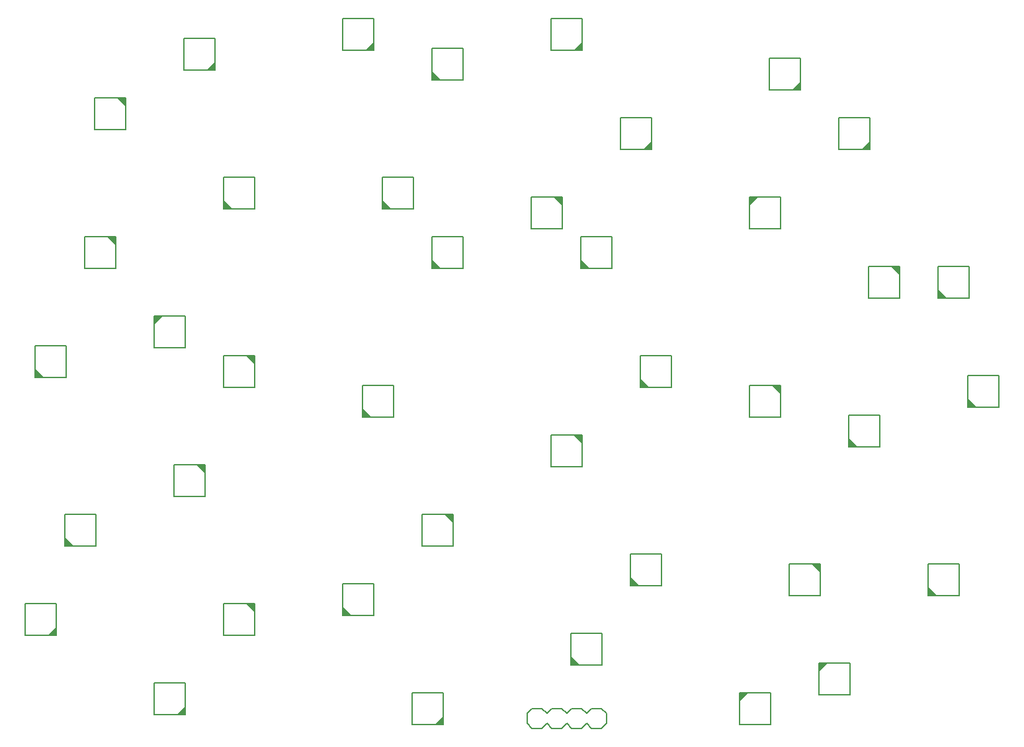
<source format=gto>
G04 EAGLE Gerber RS-274X export*
G75*
%MOMM*%
%FSLAX34Y34*%
%LPD*%
%INSilkscreen Top*%
%IPPOS*%
%AMOC8*
5,1,8,0,0,1.08239X$1,22.5*%
G01*
%ADD10C,0.203200*%

G36*
X553465Y944577D02*
X553465Y944577D01*
X553531Y944579D01*
X553574Y944597D01*
X553621Y944605D01*
X553678Y944639D01*
X553738Y944664D01*
X553773Y944695D01*
X553814Y944720D01*
X553856Y944771D01*
X553904Y944815D01*
X553926Y944857D01*
X553955Y944894D01*
X553976Y944956D01*
X554007Y945015D01*
X554015Y945069D01*
X554027Y945106D01*
X554026Y945146D01*
X554034Y945200D01*
X554034Y955200D01*
X554018Y955288D01*
X554009Y955376D01*
X553999Y955397D01*
X553995Y955421D01*
X553949Y955498D01*
X553910Y955577D01*
X553893Y955594D01*
X553880Y955614D01*
X553811Y955670D01*
X553747Y955731D01*
X553725Y955740D01*
X553706Y955755D01*
X553622Y955784D01*
X553540Y955819D01*
X553516Y955820D01*
X553494Y955827D01*
X553405Y955825D01*
X553316Y955829D01*
X553293Y955821D01*
X553269Y955821D01*
X553187Y955787D01*
X553102Y955760D01*
X553081Y955744D01*
X553062Y955736D01*
X553024Y955702D01*
X552952Y955648D01*
X542952Y945648D01*
X542901Y945575D01*
X542845Y945506D01*
X542837Y945484D01*
X542823Y945464D01*
X542801Y945378D01*
X542773Y945294D01*
X542773Y945270D01*
X542768Y945247D01*
X542777Y945158D01*
X542779Y945069D01*
X542788Y945047D01*
X542791Y945024D01*
X542830Y944944D01*
X542864Y944862D01*
X542880Y944844D01*
X542890Y944823D01*
X542955Y944762D01*
X543015Y944696D01*
X543036Y944685D01*
X543053Y944669D01*
X543135Y944634D01*
X543215Y944593D01*
X543241Y944590D01*
X543260Y944581D01*
X543310Y944579D01*
X543400Y944566D01*
X553400Y944566D01*
X553465Y944577D01*
G37*
G36*
X820165Y944577D02*
X820165Y944577D01*
X820231Y944579D01*
X820274Y944597D01*
X820321Y944605D01*
X820378Y944639D01*
X820438Y944664D01*
X820473Y944695D01*
X820514Y944720D01*
X820556Y944771D01*
X820604Y944815D01*
X820626Y944857D01*
X820655Y944894D01*
X820676Y944956D01*
X820707Y945015D01*
X820715Y945069D01*
X820727Y945106D01*
X820726Y945146D01*
X820734Y945200D01*
X820734Y955200D01*
X820718Y955288D01*
X820709Y955376D01*
X820699Y955397D01*
X820695Y955421D01*
X820649Y955498D01*
X820610Y955577D01*
X820593Y955594D01*
X820580Y955614D01*
X820511Y955670D01*
X820447Y955731D01*
X820425Y955740D01*
X820406Y955755D01*
X820322Y955784D01*
X820240Y955819D01*
X820216Y955820D01*
X820194Y955827D01*
X820105Y955825D01*
X820016Y955829D01*
X819993Y955821D01*
X819969Y955821D01*
X819887Y955787D01*
X819802Y955760D01*
X819781Y955744D01*
X819762Y955736D01*
X819724Y955702D01*
X819652Y955648D01*
X809652Y945648D01*
X809601Y945575D01*
X809545Y945506D01*
X809537Y945484D01*
X809523Y945464D01*
X809501Y945378D01*
X809473Y945294D01*
X809473Y945270D01*
X809468Y945247D01*
X809477Y945158D01*
X809479Y945069D01*
X809488Y945047D01*
X809491Y945024D01*
X809530Y944944D01*
X809564Y944862D01*
X809580Y944844D01*
X809590Y944823D01*
X809655Y944762D01*
X809715Y944696D01*
X809736Y944685D01*
X809753Y944669D01*
X809835Y944634D01*
X809915Y944593D01*
X809941Y944590D01*
X809960Y944581D01*
X810010Y944579D01*
X810100Y944566D01*
X820100Y944566D01*
X820165Y944577D01*
G37*
G36*
X350265Y919177D02*
X350265Y919177D01*
X350331Y919179D01*
X350374Y919197D01*
X350421Y919205D01*
X350478Y919239D01*
X350538Y919264D01*
X350573Y919295D01*
X350614Y919320D01*
X350656Y919371D01*
X350704Y919415D01*
X350726Y919457D01*
X350755Y919494D01*
X350776Y919556D01*
X350807Y919615D01*
X350815Y919669D01*
X350827Y919706D01*
X350826Y919746D01*
X350834Y919800D01*
X350834Y929800D01*
X350818Y929888D01*
X350809Y929976D01*
X350799Y929997D01*
X350795Y930021D01*
X350749Y930098D01*
X350710Y930177D01*
X350693Y930194D01*
X350680Y930214D01*
X350611Y930270D01*
X350547Y930331D01*
X350525Y930340D01*
X350506Y930355D01*
X350422Y930384D01*
X350340Y930419D01*
X350316Y930420D01*
X350294Y930427D01*
X350205Y930425D01*
X350116Y930429D01*
X350093Y930421D01*
X350069Y930421D01*
X349987Y930387D01*
X349902Y930360D01*
X349881Y930344D01*
X349862Y930336D01*
X349824Y930302D01*
X349752Y930248D01*
X339752Y920248D01*
X339701Y920175D01*
X339645Y920106D01*
X339637Y920084D01*
X339623Y920064D01*
X339601Y919978D01*
X339573Y919894D01*
X339573Y919870D01*
X339568Y919847D01*
X339577Y919758D01*
X339579Y919669D01*
X339588Y919647D01*
X339591Y919624D01*
X339630Y919544D01*
X339664Y919462D01*
X339680Y919444D01*
X339690Y919423D01*
X339755Y919362D01*
X339815Y919296D01*
X339836Y919285D01*
X339853Y919269D01*
X339935Y919234D01*
X340015Y919193D01*
X340041Y919190D01*
X340060Y919181D01*
X340110Y919179D01*
X340200Y919166D01*
X350200Y919166D01*
X350265Y919177D01*
G37*
G36*
X637788Y906482D02*
X637788Y906482D01*
X637876Y906491D01*
X637897Y906501D01*
X637921Y906505D01*
X637998Y906551D01*
X638077Y906590D01*
X638094Y906607D01*
X638114Y906620D01*
X638170Y906689D01*
X638231Y906753D01*
X638240Y906775D01*
X638255Y906794D01*
X638284Y906878D01*
X638319Y906960D01*
X638320Y906984D01*
X638327Y907006D01*
X638325Y907095D01*
X638329Y907184D01*
X638321Y907207D01*
X638321Y907231D01*
X638287Y907313D01*
X638260Y907398D01*
X638244Y907419D01*
X638236Y907438D01*
X638202Y907476D01*
X638148Y907548D01*
X628148Y917548D01*
X628075Y917599D01*
X628006Y917655D01*
X627984Y917663D01*
X627964Y917677D01*
X627878Y917699D01*
X627794Y917727D01*
X627770Y917727D01*
X627747Y917733D01*
X627658Y917723D01*
X627569Y917721D01*
X627547Y917712D01*
X627524Y917709D01*
X627444Y917670D01*
X627362Y917636D01*
X627344Y917620D01*
X627323Y917610D01*
X627262Y917545D01*
X627196Y917485D01*
X627185Y917464D01*
X627169Y917447D01*
X627134Y917365D01*
X627093Y917285D01*
X627090Y917259D01*
X627081Y917240D01*
X627079Y917190D01*
X627066Y917100D01*
X627066Y907100D01*
X627077Y907035D01*
X627079Y906969D01*
X627097Y906926D01*
X627105Y906879D01*
X627139Y906822D01*
X627164Y906762D01*
X627195Y906727D01*
X627220Y906686D01*
X627271Y906645D01*
X627315Y906596D01*
X627357Y906574D01*
X627394Y906545D01*
X627456Y906524D01*
X627515Y906493D01*
X627569Y906485D01*
X627606Y906473D01*
X627646Y906474D01*
X627700Y906466D01*
X637700Y906466D01*
X637788Y906482D01*
G37*
G36*
X1099565Y893777D02*
X1099565Y893777D01*
X1099631Y893779D01*
X1099674Y893797D01*
X1099721Y893805D01*
X1099778Y893839D01*
X1099838Y893864D01*
X1099873Y893895D01*
X1099914Y893920D01*
X1099956Y893971D01*
X1100004Y894015D01*
X1100026Y894057D01*
X1100055Y894094D01*
X1100076Y894156D01*
X1100107Y894215D01*
X1100115Y894269D01*
X1100127Y894306D01*
X1100126Y894346D01*
X1100134Y894400D01*
X1100134Y904400D01*
X1100118Y904488D01*
X1100109Y904576D01*
X1100099Y904597D01*
X1100095Y904621D01*
X1100049Y904698D01*
X1100010Y904777D01*
X1099993Y904794D01*
X1099980Y904814D01*
X1099911Y904870D01*
X1099847Y904931D01*
X1099825Y904940D01*
X1099806Y904955D01*
X1099722Y904984D01*
X1099640Y905019D01*
X1099616Y905020D01*
X1099594Y905027D01*
X1099505Y905025D01*
X1099416Y905029D01*
X1099393Y905021D01*
X1099369Y905021D01*
X1099287Y904987D01*
X1099202Y904960D01*
X1099181Y904944D01*
X1099162Y904936D01*
X1099124Y904902D01*
X1099052Y904848D01*
X1089052Y894848D01*
X1089001Y894775D01*
X1088945Y894706D01*
X1088937Y894684D01*
X1088923Y894664D01*
X1088901Y894578D01*
X1088873Y894494D01*
X1088873Y894470D01*
X1088868Y894447D01*
X1088877Y894358D01*
X1088879Y894269D01*
X1088888Y894247D01*
X1088891Y894224D01*
X1088930Y894144D01*
X1088964Y894062D01*
X1088980Y894044D01*
X1088990Y894023D01*
X1089055Y893962D01*
X1089115Y893896D01*
X1089136Y893885D01*
X1089153Y893869D01*
X1089235Y893834D01*
X1089315Y893793D01*
X1089341Y893790D01*
X1089360Y893781D01*
X1089410Y893779D01*
X1089500Y893766D01*
X1099500Y893766D01*
X1099565Y893777D01*
G37*
G36*
X235942Y872977D02*
X235942Y872977D01*
X236031Y872979D01*
X236053Y872988D01*
X236076Y872991D01*
X236156Y873030D01*
X236238Y873064D01*
X236256Y873080D01*
X236277Y873090D01*
X236338Y873155D01*
X236404Y873215D01*
X236415Y873236D01*
X236431Y873253D01*
X236466Y873335D01*
X236507Y873415D01*
X236510Y873441D01*
X236519Y873460D01*
X236521Y873510D01*
X236534Y873600D01*
X236534Y883600D01*
X236523Y883665D01*
X236521Y883731D01*
X236503Y883774D01*
X236495Y883821D01*
X236461Y883878D01*
X236436Y883938D01*
X236405Y883973D01*
X236380Y884014D01*
X236329Y884056D01*
X236285Y884104D01*
X236243Y884126D01*
X236206Y884155D01*
X236144Y884176D01*
X236085Y884207D01*
X236031Y884215D01*
X235994Y884227D01*
X235954Y884226D01*
X235900Y884234D01*
X225900Y884234D01*
X225812Y884218D01*
X225724Y884209D01*
X225703Y884199D01*
X225679Y884195D01*
X225602Y884149D01*
X225523Y884110D01*
X225506Y884093D01*
X225486Y884080D01*
X225430Y884011D01*
X225369Y883947D01*
X225360Y883925D01*
X225345Y883906D01*
X225316Y883822D01*
X225281Y883740D01*
X225280Y883716D01*
X225273Y883694D01*
X225275Y883605D01*
X225271Y883516D01*
X225279Y883493D01*
X225279Y883469D01*
X225313Y883387D01*
X225340Y883302D01*
X225356Y883281D01*
X225364Y883262D01*
X225398Y883224D01*
X225452Y883152D01*
X235452Y873152D01*
X235525Y873101D01*
X235594Y873045D01*
X235616Y873037D01*
X235636Y873023D01*
X235722Y873001D01*
X235806Y872973D01*
X235830Y872973D01*
X235853Y872968D01*
X235942Y872977D01*
G37*
G36*
X1188465Y817577D02*
X1188465Y817577D01*
X1188531Y817579D01*
X1188574Y817597D01*
X1188621Y817605D01*
X1188678Y817639D01*
X1188738Y817664D01*
X1188773Y817695D01*
X1188814Y817720D01*
X1188856Y817771D01*
X1188904Y817815D01*
X1188926Y817857D01*
X1188955Y817894D01*
X1188976Y817956D01*
X1189007Y818015D01*
X1189015Y818069D01*
X1189027Y818106D01*
X1189026Y818146D01*
X1189034Y818200D01*
X1189034Y828200D01*
X1189018Y828288D01*
X1189009Y828376D01*
X1188999Y828397D01*
X1188995Y828421D01*
X1188949Y828498D01*
X1188910Y828577D01*
X1188893Y828594D01*
X1188880Y828614D01*
X1188811Y828670D01*
X1188747Y828731D01*
X1188725Y828740D01*
X1188706Y828755D01*
X1188622Y828784D01*
X1188540Y828819D01*
X1188516Y828820D01*
X1188494Y828827D01*
X1188405Y828825D01*
X1188316Y828829D01*
X1188293Y828821D01*
X1188269Y828821D01*
X1188187Y828787D01*
X1188102Y828760D01*
X1188081Y828744D01*
X1188062Y828736D01*
X1188024Y828702D01*
X1187952Y828648D01*
X1177952Y818648D01*
X1177901Y818575D01*
X1177845Y818506D01*
X1177837Y818484D01*
X1177823Y818464D01*
X1177801Y818378D01*
X1177773Y818294D01*
X1177773Y818270D01*
X1177768Y818247D01*
X1177777Y818158D01*
X1177779Y818069D01*
X1177788Y818047D01*
X1177791Y818024D01*
X1177830Y817944D01*
X1177864Y817862D01*
X1177880Y817844D01*
X1177890Y817823D01*
X1177955Y817762D01*
X1178015Y817696D01*
X1178036Y817685D01*
X1178053Y817669D01*
X1178135Y817634D01*
X1178215Y817593D01*
X1178241Y817590D01*
X1178260Y817581D01*
X1178310Y817579D01*
X1178400Y817566D01*
X1188400Y817566D01*
X1188465Y817577D01*
G37*
G36*
X909065Y817577D02*
X909065Y817577D01*
X909131Y817579D01*
X909174Y817597D01*
X909221Y817605D01*
X909278Y817639D01*
X909338Y817664D01*
X909373Y817695D01*
X909414Y817720D01*
X909456Y817771D01*
X909504Y817815D01*
X909526Y817857D01*
X909555Y817894D01*
X909576Y817956D01*
X909607Y818015D01*
X909615Y818069D01*
X909627Y818106D01*
X909626Y818146D01*
X909634Y818200D01*
X909634Y828200D01*
X909618Y828288D01*
X909609Y828376D01*
X909599Y828397D01*
X909595Y828421D01*
X909549Y828498D01*
X909510Y828577D01*
X909493Y828594D01*
X909480Y828614D01*
X909411Y828670D01*
X909347Y828731D01*
X909325Y828740D01*
X909306Y828755D01*
X909222Y828784D01*
X909140Y828819D01*
X909116Y828820D01*
X909094Y828827D01*
X909005Y828825D01*
X908916Y828829D01*
X908893Y828821D01*
X908869Y828821D01*
X908787Y828787D01*
X908702Y828760D01*
X908681Y828744D01*
X908662Y828736D01*
X908624Y828702D01*
X908552Y828648D01*
X898552Y818648D01*
X898501Y818575D01*
X898445Y818506D01*
X898437Y818484D01*
X898423Y818464D01*
X898401Y818378D01*
X898373Y818294D01*
X898373Y818270D01*
X898368Y818247D01*
X898377Y818158D01*
X898379Y818069D01*
X898388Y818047D01*
X898391Y818024D01*
X898430Y817944D01*
X898464Y817862D01*
X898480Y817844D01*
X898490Y817823D01*
X898555Y817762D01*
X898615Y817696D01*
X898636Y817685D01*
X898653Y817669D01*
X898735Y817634D01*
X898815Y817593D01*
X898841Y817590D01*
X898860Y817581D01*
X898910Y817579D01*
X899000Y817566D01*
X909000Y817566D01*
X909065Y817577D01*
G37*
G36*
X794742Y745977D02*
X794742Y745977D01*
X794831Y745979D01*
X794853Y745988D01*
X794876Y745991D01*
X794956Y746030D01*
X795038Y746064D01*
X795056Y746080D01*
X795077Y746090D01*
X795138Y746155D01*
X795204Y746215D01*
X795215Y746236D01*
X795231Y746253D01*
X795266Y746335D01*
X795307Y746415D01*
X795310Y746441D01*
X795319Y746460D01*
X795321Y746510D01*
X795334Y746600D01*
X795334Y756600D01*
X795323Y756665D01*
X795321Y756731D01*
X795303Y756774D01*
X795295Y756821D01*
X795261Y756878D01*
X795236Y756938D01*
X795205Y756973D01*
X795180Y757014D01*
X795129Y757056D01*
X795085Y757104D01*
X795043Y757126D01*
X795006Y757155D01*
X794944Y757176D01*
X794885Y757207D01*
X794831Y757215D01*
X794794Y757227D01*
X794754Y757226D01*
X794700Y757234D01*
X784700Y757234D01*
X784612Y757218D01*
X784524Y757209D01*
X784503Y757199D01*
X784479Y757195D01*
X784402Y757149D01*
X784323Y757110D01*
X784306Y757093D01*
X784286Y757080D01*
X784230Y757011D01*
X784169Y756947D01*
X784160Y756925D01*
X784145Y756906D01*
X784116Y756822D01*
X784081Y756740D01*
X784080Y756716D01*
X784073Y756694D01*
X784075Y756605D01*
X784071Y756516D01*
X784079Y756493D01*
X784079Y756469D01*
X784113Y756387D01*
X784140Y756302D01*
X784156Y756281D01*
X784164Y756262D01*
X784198Y756224D01*
X784252Y756152D01*
X794252Y746152D01*
X794325Y746101D01*
X794394Y746045D01*
X794416Y746037D01*
X794436Y746023D01*
X794522Y746001D01*
X794606Y745973D01*
X794630Y745973D01*
X794653Y745968D01*
X794742Y745977D01*
G37*
G36*
X1034207Y745979D02*
X1034207Y745979D01*
X1034231Y745979D01*
X1034313Y746013D01*
X1034398Y746040D01*
X1034419Y746056D01*
X1034438Y746064D01*
X1034476Y746098D01*
X1034548Y746152D01*
X1044548Y756152D01*
X1044599Y756225D01*
X1044655Y756294D01*
X1044663Y756316D01*
X1044677Y756336D01*
X1044699Y756422D01*
X1044727Y756506D01*
X1044727Y756530D01*
X1044733Y756553D01*
X1044723Y756642D01*
X1044721Y756731D01*
X1044712Y756753D01*
X1044709Y756776D01*
X1044670Y756856D01*
X1044636Y756938D01*
X1044620Y756956D01*
X1044610Y756977D01*
X1044545Y757038D01*
X1044485Y757104D01*
X1044464Y757115D01*
X1044447Y757131D01*
X1044365Y757166D01*
X1044285Y757207D01*
X1044259Y757210D01*
X1044240Y757219D01*
X1044190Y757221D01*
X1044100Y757234D01*
X1034100Y757234D01*
X1034035Y757223D01*
X1033969Y757221D01*
X1033926Y757203D01*
X1033879Y757195D01*
X1033822Y757161D01*
X1033762Y757136D01*
X1033727Y757105D01*
X1033686Y757080D01*
X1033645Y757029D01*
X1033596Y756985D01*
X1033574Y756943D01*
X1033545Y756906D01*
X1033524Y756844D01*
X1033493Y756785D01*
X1033485Y756731D01*
X1033473Y756694D01*
X1033474Y756654D01*
X1033466Y756600D01*
X1033466Y746600D01*
X1033482Y746512D01*
X1033491Y746424D01*
X1033501Y746403D01*
X1033505Y746379D01*
X1033551Y746302D01*
X1033590Y746223D01*
X1033607Y746206D01*
X1033620Y746186D01*
X1033689Y746130D01*
X1033753Y746069D01*
X1033775Y746060D01*
X1033794Y746045D01*
X1033878Y746016D01*
X1033960Y745981D01*
X1033984Y745980D01*
X1034006Y745973D01*
X1034095Y745975D01*
X1034184Y745971D01*
X1034207Y745979D01*
G37*
G36*
X574288Y741382D02*
X574288Y741382D01*
X574376Y741391D01*
X574397Y741401D01*
X574421Y741405D01*
X574498Y741451D01*
X574577Y741490D01*
X574594Y741507D01*
X574614Y741520D01*
X574670Y741589D01*
X574731Y741653D01*
X574740Y741675D01*
X574755Y741694D01*
X574784Y741778D01*
X574819Y741860D01*
X574820Y741884D01*
X574827Y741906D01*
X574825Y741995D01*
X574829Y742084D01*
X574821Y742107D01*
X574821Y742131D01*
X574787Y742213D01*
X574760Y742298D01*
X574744Y742319D01*
X574736Y742338D01*
X574702Y742376D01*
X574648Y742448D01*
X564648Y752448D01*
X564575Y752499D01*
X564506Y752555D01*
X564484Y752563D01*
X564464Y752577D01*
X564378Y752599D01*
X564294Y752627D01*
X564270Y752627D01*
X564247Y752633D01*
X564158Y752623D01*
X564069Y752621D01*
X564047Y752612D01*
X564024Y752609D01*
X563944Y752570D01*
X563862Y752536D01*
X563844Y752520D01*
X563823Y752510D01*
X563762Y752445D01*
X563696Y752385D01*
X563685Y752364D01*
X563669Y752347D01*
X563634Y752265D01*
X563593Y752185D01*
X563590Y752159D01*
X563581Y752140D01*
X563579Y752090D01*
X563566Y752000D01*
X563566Y742000D01*
X563577Y741935D01*
X563579Y741869D01*
X563597Y741826D01*
X563605Y741779D01*
X563639Y741722D01*
X563664Y741662D01*
X563695Y741627D01*
X563720Y741586D01*
X563771Y741545D01*
X563815Y741496D01*
X563857Y741474D01*
X563894Y741445D01*
X563956Y741424D01*
X564015Y741393D01*
X564069Y741385D01*
X564106Y741373D01*
X564146Y741374D01*
X564200Y741366D01*
X574200Y741366D01*
X574288Y741382D01*
G37*
G36*
X371088Y741382D02*
X371088Y741382D01*
X371176Y741391D01*
X371197Y741401D01*
X371221Y741405D01*
X371298Y741451D01*
X371377Y741490D01*
X371394Y741507D01*
X371414Y741520D01*
X371470Y741589D01*
X371531Y741653D01*
X371540Y741675D01*
X371555Y741694D01*
X371584Y741778D01*
X371619Y741860D01*
X371620Y741884D01*
X371627Y741906D01*
X371625Y741995D01*
X371629Y742084D01*
X371621Y742107D01*
X371621Y742131D01*
X371587Y742213D01*
X371560Y742298D01*
X371544Y742319D01*
X371536Y742338D01*
X371502Y742376D01*
X371448Y742448D01*
X361448Y752448D01*
X361375Y752499D01*
X361306Y752555D01*
X361284Y752563D01*
X361264Y752577D01*
X361178Y752599D01*
X361094Y752627D01*
X361070Y752627D01*
X361047Y752633D01*
X360958Y752623D01*
X360869Y752621D01*
X360847Y752612D01*
X360824Y752609D01*
X360744Y752570D01*
X360662Y752536D01*
X360644Y752520D01*
X360623Y752510D01*
X360562Y752445D01*
X360496Y752385D01*
X360485Y752364D01*
X360469Y752347D01*
X360434Y752265D01*
X360393Y752185D01*
X360390Y752159D01*
X360381Y752140D01*
X360379Y752090D01*
X360366Y752000D01*
X360366Y742000D01*
X360377Y741935D01*
X360379Y741869D01*
X360397Y741826D01*
X360405Y741779D01*
X360439Y741722D01*
X360464Y741662D01*
X360495Y741627D01*
X360520Y741586D01*
X360571Y741545D01*
X360615Y741496D01*
X360657Y741474D01*
X360694Y741445D01*
X360756Y741424D01*
X360815Y741393D01*
X360869Y741385D01*
X360906Y741373D01*
X360946Y741374D01*
X361000Y741366D01*
X371000Y741366D01*
X371088Y741382D01*
G37*
G36*
X223242Y695177D02*
X223242Y695177D01*
X223331Y695179D01*
X223353Y695188D01*
X223376Y695191D01*
X223456Y695230D01*
X223538Y695264D01*
X223556Y695280D01*
X223577Y695290D01*
X223638Y695355D01*
X223704Y695415D01*
X223715Y695436D01*
X223731Y695453D01*
X223766Y695535D01*
X223807Y695615D01*
X223810Y695641D01*
X223819Y695660D01*
X223821Y695710D01*
X223834Y695800D01*
X223834Y705800D01*
X223823Y705865D01*
X223821Y705931D01*
X223803Y705974D01*
X223795Y706021D01*
X223761Y706078D01*
X223736Y706138D01*
X223705Y706173D01*
X223680Y706214D01*
X223629Y706256D01*
X223585Y706304D01*
X223543Y706326D01*
X223506Y706355D01*
X223444Y706376D01*
X223385Y706407D01*
X223331Y706415D01*
X223294Y706427D01*
X223254Y706426D01*
X223200Y706434D01*
X213200Y706434D01*
X213112Y706418D01*
X213024Y706409D01*
X213003Y706399D01*
X212979Y706395D01*
X212902Y706349D01*
X212823Y706310D01*
X212806Y706293D01*
X212786Y706280D01*
X212730Y706211D01*
X212669Y706147D01*
X212660Y706125D01*
X212645Y706106D01*
X212616Y706022D01*
X212581Y705940D01*
X212580Y705916D01*
X212573Y705894D01*
X212575Y705805D01*
X212571Y705716D01*
X212579Y705693D01*
X212579Y705669D01*
X212613Y705587D01*
X212640Y705502D01*
X212656Y705481D01*
X212664Y705462D01*
X212698Y705424D01*
X212752Y705352D01*
X222752Y695352D01*
X222825Y695301D01*
X222894Y695245D01*
X222916Y695237D01*
X222936Y695223D01*
X223022Y695201D01*
X223106Y695173D01*
X223130Y695173D01*
X223153Y695168D01*
X223242Y695177D01*
G37*
G36*
X637788Y665182D02*
X637788Y665182D01*
X637876Y665191D01*
X637897Y665201D01*
X637921Y665205D01*
X637998Y665251D01*
X638077Y665290D01*
X638094Y665307D01*
X638114Y665320D01*
X638170Y665389D01*
X638231Y665453D01*
X638240Y665475D01*
X638255Y665494D01*
X638284Y665578D01*
X638319Y665660D01*
X638320Y665684D01*
X638327Y665706D01*
X638325Y665795D01*
X638329Y665884D01*
X638321Y665907D01*
X638321Y665931D01*
X638287Y666013D01*
X638260Y666098D01*
X638244Y666119D01*
X638236Y666138D01*
X638202Y666176D01*
X638148Y666248D01*
X628148Y676248D01*
X628075Y676299D01*
X628006Y676355D01*
X627984Y676363D01*
X627964Y676377D01*
X627878Y676399D01*
X627794Y676427D01*
X627770Y676427D01*
X627747Y676433D01*
X627658Y676423D01*
X627569Y676421D01*
X627547Y676412D01*
X627524Y676409D01*
X627444Y676370D01*
X627362Y676336D01*
X627344Y676320D01*
X627323Y676310D01*
X627262Y676245D01*
X627196Y676185D01*
X627185Y676164D01*
X627169Y676147D01*
X627134Y676065D01*
X627093Y675985D01*
X627090Y675959D01*
X627081Y675940D01*
X627079Y675890D01*
X627066Y675800D01*
X627066Y665800D01*
X627077Y665735D01*
X627079Y665669D01*
X627097Y665626D01*
X627105Y665579D01*
X627139Y665522D01*
X627164Y665462D01*
X627195Y665427D01*
X627220Y665386D01*
X627271Y665345D01*
X627315Y665296D01*
X627357Y665274D01*
X627394Y665245D01*
X627456Y665224D01*
X627515Y665193D01*
X627569Y665185D01*
X627606Y665173D01*
X627646Y665174D01*
X627700Y665166D01*
X637700Y665166D01*
X637788Y665182D01*
G37*
G36*
X828288Y665182D02*
X828288Y665182D01*
X828376Y665191D01*
X828397Y665201D01*
X828421Y665205D01*
X828498Y665251D01*
X828577Y665290D01*
X828594Y665307D01*
X828614Y665320D01*
X828670Y665389D01*
X828731Y665453D01*
X828740Y665475D01*
X828755Y665494D01*
X828784Y665578D01*
X828819Y665660D01*
X828820Y665684D01*
X828827Y665706D01*
X828825Y665795D01*
X828829Y665884D01*
X828821Y665907D01*
X828821Y665931D01*
X828787Y666013D01*
X828760Y666098D01*
X828744Y666119D01*
X828736Y666138D01*
X828702Y666176D01*
X828648Y666248D01*
X818648Y676248D01*
X818575Y676299D01*
X818506Y676355D01*
X818484Y676363D01*
X818464Y676377D01*
X818378Y676399D01*
X818294Y676427D01*
X818270Y676427D01*
X818247Y676433D01*
X818158Y676423D01*
X818069Y676421D01*
X818047Y676412D01*
X818024Y676409D01*
X817944Y676370D01*
X817862Y676336D01*
X817844Y676320D01*
X817823Y676310D01*
X817762Y676245D01*
X817696Y676185D01*
X817685Y676164D01*
X817669Y676147D01*
X817634Y676065D01*
X817593Y675985D01*
X817590Y675959D01*
X817581Y675940D01*
X817579Y675890D01*
X817566Y675800D01*
X817566Y665800D01*
X817577Y665735D01*
X817579Y665669D01*
X817597Y665626D01*
X817605Y665579D01*
X817639Y665522D01*
X817664Y665462D01*
X817695Y665427D01*
X817720Y665386D01*
X817771Y665345D01*
X817815Y665296D01*
X817857Y665274D01*
X817894Y665245D01*
X817956Y665224D01*
X818015Y665193D01*
X818069Y665185D01*
X818106Y665173D01*
X818146Y665174D01*
X818200Y665166D01*
X828200Y665166D01*
X828288Y665182D01*
G37*
G36*
X1226542Y657077D02*
X1226542Y657077D01*
X1226631Y657079D01*
X1226653Y657088D01*
X1226676Y657091D01*
X1226756Y657130D01*
X1226838Y657164D01*
X1226856Y657180D01*
X1226877Y657190D01*
X1226938Y657255D01*
X1227004Y657315D01*
X1227015Y657336D01*
X1227031Y657353D01*
X1227066Y657435D01*
X1227107Y657515D01*
X1227110Y657541D01*
X1227119Y657560D01*
X1227121Y657610D01*
X1227134Y657700D01*
X1227134Y667700D01*
X1227123Y667765D01*
X1227121Y667831D01*
X1227103Y667874D01*
X1227095Y667921D01*
X1227061Y667978D01*
X1227036Y668038D01*
X1227005Y668073D01*
X1226980Y668114D01*
X1226929Y668156D01*
X1226885Y668204D01*
X1226843Y668226D01*
X1226806Y668255D01*
X1226744Y668276D01*
X1226685Y668307D01*
X1226631Y668315D01*
X1226594Y668327D01*
X1226554Y668326D01*
X1226500Y668334D01*
X1216500Y668334D01*
X1216412Y668318D01*
X1216324Y668309D01*
X1216303Y668299D01*
X1216279Y668295D01*
X1216202Y668249D01*
X1216123Y668210D01*
X1216106Y668193D01*
X1216086Y668180D01*
X1216030Y668111D01*
X1215969Y668047D01*
X1215960Y668025D01*
X1215945Y668006D01*
X1215916Y667922D01*
X1215881Y667840D01*
X1215880Y667816D01*
X1215873Y667794D01*
X1215875Y667705D01*
X1215871Y667616D01*
X1215879Y667593D01*
X1215879Y667569D01*
X1215913Y667487D01*
X1215940Y667402D01*
X1215956Y667381D01*
X1215964Y667362D01*
X1215998Y667324D01*
X1216052Y667252D01*
X1226052Y657252D01*
X1226125Y657201D01*
X1226194Y657145D01*
X1226216Y657137D01*
X1226236Y657123D01*
X1226322Y657101D01*
X1226406Y657073D01*
X1226430Y657073D01*
X1226453Y657068D01*
X1226542Y657077D01*
G37*
G36*
X1285488Y627082D02*
X1285488Y627082D01*
X1285576Y627091D01*
X1285597Y627101D01*
X1285621Y627105D01*
X1285698Y627151D01*
X1285777Y627190D01*
X1285794Y627207D01*
X1285814Y627220D01*
X1285870Y627289D01*
X1285931Y627353D01*
X1285940Y627375D01*
X1285955Y627394D01*
X1285984Y627478D01*
X1286019Y627560D01*
X1286020Y627584D01*
X1286027Y627606D01*
X1286025Y627695D01*
X1286029Y627784D01*
X1286021Y627807D01*
X1286021Y627831D01*
X1285987Y627913D01*
X1285960Y627998D01*
X1285944Y628019D01*
X1285936Y628038D01*
X1285902Y628076D01*
X1285848Y628148D01*
X1275848Y638148D01*
X1275775Y638199D01*
X1275706Y638255D01*
X1275684Y638263D01*
X1275664Y638277D01*
X1275578Y638299D01*
X1275494Y638327D01*
X1275470Y638327D01*
X1275447Y638333D01*
X1275358Y638323D01*
X1275269Y638321D01*
X1275247Y638312D01*
X1275224Y638309D01*
X1275144Y638270D01*
X1275062Y638236D01*
X1275044Y638220D01*
X1275023Y638210D01*
X1274962Y638145D01*
X1274896Y638085D01*
X1274885Y638064D01*
X1274869Y638047D01*
X1274834Y637965D01*
X1274793Y637885D01*
X1274790Y637859D01*
X1274781Y637840D01*
X1274779Y637790D01*
X1274766Y637700D01*
X1274766Y627700D01*
X1274777Y627635D01*
X1274779Y627569D01*
X1274797Y627526D01*
X1274805Y627479D01*
X1274839Y627422D01*
X1274864Y627362D01*
X1274895Y627327D01*
X1274920Y627286D01*
X1274971Y627245D01*
X1275015Y627196D01*
X1275057Y627174D01*
X1275094Y627145D01*
X1275156Y627124D01*
X1275215Y627093D01*
X1275269Y627085D01*
X1275306Y627073D01*
X1275346Y627074D01*
X1275400Y627066D01*
X1285400Y627066D01*
X1285488Y627082D01*
G37*
G36*
X272207Y593579D02*
X272207Y593579D01*
X272231Y593579D01*
X272313Y593613D01*
X272398Y593640D01*
X272419Y593656D01*
X272438Y593664D01*
X272476Y593698D01*
X272548Y593752D01*
X282548Y603752D01*
X282599Y603825D01*
X282655Y603894D01*
X282663Y603916D01*
X282677Y603936D01*
X282699Y604022D01*
X282727Y604106D01*
X282727Y604130D01*
X282733Y604153D01*
X282723Y604242D01*
X282721Y604331D01*
X282712Y604353D01*
X282709Y604376D01*
X282670Y604456D01*
X282636Y604538D01*
X282620Y604556D01*
X282610Y604577D01*
X282545Y604638D01*
X282485Y604704D01*
X282464Y604715D01*
X282447Y604731D01*
X282365Y604766D01*
X282285Y604807D01*
X282259Y604810D01*
X282240Y604819D01*
X282190Y604821D01*
X282100Y604834D01*
X272100Y604834D01*
X272035Y604823D01*
X271969Y604821D01*
X271926Y604803D01*
X271879Y604795D01*
X271822Y604761D01*
X271762Y604736D01*
X271727Y604705D01*
X271686Y604680D01*
X271645Y604629D01*
X271596Y604585D01*
X271574Y604543D01*
X271545Y604506D01*
X271524Y604444D01*
X271493Y604385D01*
X271485Y604331D01*
X271473Y604294D01*
X271474Y604254D01*
X271466Y604200D01*
X271466Y594200D01*
X271482Y594112D01*
X271491Y594024D01*
X271501Y594003D01*
X271505Y593979D01*
X271551Y593902D01*
X271590Y593823D01*
X271607Y593806D01*
X271620Y593786D01*
X271689Y593730D01*
X271753Y593669D01*
X271775Y593660D01*
X271794Y593645D01*
X271878Y593616D01*
X271960Y593581D01*
X271984Y593580D01*
X272006Y593573D01*
X272095Y593575D01*
X272184Y593571D01*
X272207Y593579D01*
G37*
G36*
X401042Y542777D02*
X401042Y542777D01*
X401131Y542779D01*
X401153Y542788D01*
X401176Y542791D01*
X401256Y542830D01*
X401338Y542864D01*
X401356Y542880D01*
X401377Y542890D01*
X401438Y542955D01*
X401504Y543015D01*
X401515Y543036D01*
X401531Y543053D01*
X401566Y543135D01*
X401607Y543215D01*
X401610Y543241D01*
X401619Y543260D01*
X401621Y543310D01*
X401634Y543400D01*
X401634Y553400D01*
X401623Y553465D01*
X401621Y553531D01*
X401603Y553574D01*
X401595Y553621D01*
X401561Y553678D01*
X401536Y553738D01*
X401505Y553773D01*
X401480Y553814D01*
X401429Y553856D01*
X401385Y553904D01*
X401343Y553926D01*
X401306Y553955D01*
X401244Y553976D01*
X401185Y554007D01*
X401131Y554015D01*
X401094Y554027D01*
X401054Y554026D01*
X401000Y554034D01*
X391000Y554034D01*
X390912Y554018D01*
X390824Y554009D01*
X390803Y553999D01*
X390779Y553995D01*
X390702Y553949D01*
X390623Y553910D01*
X390606Y553893D01*
X390586Y553880D01*
X390530Y553811D01*
X390469Y553747D01*
X390460Y553725D01*
X390445Y553706D01*
X390416Y553622D01*
X390381Y553540D01*
X390380Y553516D01*
X390373Y553494D01*
X390375Y553405D01*
X390371Y553316D01*
X390379Y553293D01*
X390379Y553269D01*
X390413Y553187D01*
X390440Y553102D01*
X390456Y553081D01*
X390464Y553062D01*
X390498Y553024D01*
X390552Y552952D01*
X400552Y542952D01*
X400625Y542901D01*
X400694Y542845D01*
X400716Y542837D01*
X400736Y542823D01*
X400822Y542801D01*
X400906Y542773D01*
X400930Y542773D01*
X400953Y542768D01*
X401042Y542777D01*
G37*
G36*
X129788Y525482D02*
X129788Y525482D01*
X129876Y525491D01*
X129897Y525501D01*
X129921Y525505D01*
X129998Y525551D01*
X130077Y525590D01*
X130094Y525607D01*
X130114Y525620D01*
X130170Y525689D01*
X130231Y525753D01*
X130240Y525775D01*
X130255Y525794D01*
X130284Y525878D01*
X130319Y525960D01*
X130320Y525984D01*
X130327Y526006D01*
X130325Y526095D01*
X130329Y526184D01*
X130321Y526207D01*
X130321Y526231D01*
X130287Y526313D01*
X130260Y526398D01*
X130244Y526419D01*
X130236Y526438D01*
X130202Y526476D01*
X130148Y526548D01*
X120148Y536548D01*
X120075Y536599D01*
X120006Y536655D01*
X119984Y536663D01*
X119964Y536677D01*
X119878Y536699D01*
X119794Y536727D01*
X119770Y536727D01*
X119747Y536733D01*
X119658Y536723D01*
X119569Y536721D01*
X119547Y536712D01*
X119524Y536709D01*
X119444Y536670D01*
X119362Y536636D01*
X119344Y536620D01*
X119323Y536610D01*
X119262Y536545D01*
X119196Y536485D01*
X119185Y536464D01*
X119169Y536447D01*
X119134Y536365D01*
X119093Y536285D01*
X119090Y536259D01*
X119081Y536240D01*
X119079Y536190D01*
X119066Y536100D01*
X119066Y526100D01*
X119077Y526035D01*
X119079Y525969D01*
X119097Y525926D01*
X119105Y525879D01*
X119139Y525822D01*
X119164Y525762D01*
X119195Y525727D01*
X119220Y525686D01*
X119271Y525645D01*
X119315Y525596D01*
X119357Y525574D01*
X119394Y525545D01*
X119456Y525524D01*
X119515Y525493D01*
X119569Y525485D01*
X119606Y525473D01*
X119646Y525474D01*
X119700Y525466D01*
X129700Y525466D01*
X129788Y525482D01*
G37*
G36*
X904488Y512782D02*
X904488Y512782D01*
X904576Y512791D01*
X904597Y512801D01*
X904621Y512805D01*
X904698Y512851D01*
X904777Y512890D01*
X904794Y512907D01*
X904814Y512920D01*
X904870Y512989D01*
X904931Y513053D01*
X904940Y513075D01*
X904955Y513094D01*
X904984Y513178D01*
X905019Y513260D01*
X905020Y513284D01*
X905027Y513306D01*
X905025Y513395D01*
X905029Y513484D01*
X905021Y513507D01*
X905021Y513531D01*
X904987Y513613D01*
X904960Y513698D01*
X904944Y513719D01*
X904936Y513738D01*
X904902Y513776D01*
X904848Y513848D01*
X894848Y523848D01*
X894775Y523899D01*
X894706Y523955D01*
X894684Y523963D01*
X894664Y523977D01*
X894578Y523999D01*
X894494Y524027D01*
X894470Y524027D01*
X894447Y524033D01*
X894358Y524023D01*
X894269Y524021D01*
X894247Y524012D01*
X894224Y524009D01*
X894144Y523970D01*
X894062Y523936D01*
X894044Y523920D01*
X894023Y523910D01*
X893962Y523845D01*
X893896Y523785D01*
X893885Y523764D01*
X893869Y523747D01*
X893834Y523665D01*
X893793Y523585D01*
X893790Y523559D01*
X893781Y523540D01*
X893779Y523490D01*
X893766Y523400D01*
X893766Y513400D01*
X893777Y513335D01*
X893779Y513269D01*
X893797Y513226D01*
X893805Y513179D01*
X893839Y513122D01*
X893864Y513062D01*
X893895Y513027D01*
X893920Y512986D01*
X893971Y512945D01*
X894015Y512896D01*
X894057Y512874D01*
X894094Y512845D01*
X894156Y512824D01*
X894215Y512793D01*
X894269Y512785D01*
X894306Y512773D01*
X894346Y512774D01*
X894400Y512766D01*
X904400Y512766D01*
X904488Y512782D01*
G37*
G36*
X1074142Y504677D02*
X1074142Y504677D01*
X1074231Y504679D01*
X1074253Y504688D01*
X1074276Y504691D01*
X1074356Y504730D01*
X1074438Y504764D01*
X1074456Y504780D01*
X1074477Y504790D01*
X1074538Y504855D01*
X1074604Y504915D01*
X1074615Y504936D01*
X1074631Y504953D01*
X1074666Y505035D01*
X1074707Y505115D01*
X1074710Y505141D01*
X1074719Y505160D01*
X1074721Y505210D01*
X1074734Y505300D01*
X1074734Y515300D01*
X1074723Y515365D01*
X1074721Y515431D01*
X1074703Y515474D01*
X1074695Y515521D01*
X1074661Y515578D01*
X1074636Y515638D01*
X1074605Y515673D01*
X1074580Y515714D01*
X1074529Y515756D01*
X1074485Y515804D01*
X1074443Y515826D01*
X1074406Y515855D01*
X1074344Y515876D01*
X1074285Y515907D01*
X1074231Y515915D01*
X1074194Y515927D01*
X1074154Y515926D01*
X1074100Y515934D01*
X1064100Y515934D01*
X1064012Y515918D01*
X1063924Y515909D01*
X1063903Y515899D01*
X1063879Y515895D01*
X1063802Y515849D01*
X1063723Y515810D01*
X1063706Y515793D01*
X1063686Y515780D01*
X1063630Y515711D01*
X1063569Y515647D01*
X1063560Y515625D01*
X1063545Y515606D01*
X1063516Y515522D01*
X1063481Y515440D01*
X1063480Y515416D01*
X1063473Y515394D01*
X1063475Y515305D01*
X1063471Y515216D01*
X1063479Y515193D01*
X1063479Y515169D01*
X1063513Y515087D01*
X1063540Y515002D01*
X1063556Y514981D01*
X1063564Y514962D01*
X1063598Y514924D01*
X1063652Y514852D01*
X1073652Y504852D01*
X1073725Y504801D01*
X1073794Y504745D01*
X1073816Y504737D01*
X1073836Y504723D01*
X1073922Y504701D01*
X1074006Y504673D01*
X1074030Y504673D01*
X1074053Y504668D01*
X1074142Y504677D01*
G37*
G36*
X1323588Y487382D02*
X1323588Y487382D01*
X1323676Y487391D01*
X1323697Y487401D01*
X1323721Y487405D01*
X1323798Y487451D01*
X1323877Y487490D01*
X1323894Y487507D01*
X1323914Y487520D01*
X1323970Y487589D01*
X1324031Y487653D01*
X1324040Y487675D01*
X1324055Y487694D01*
X1324084Y487778D01*
X1324119Y487860D01*
X1324120Y487884D01*
X1324127Y487906D01*
X1324125Y487995D01*
X1324129Y488084D01*
X1324121Y488107D01*
X1324121Y488131D01*
X1324087Y488213D01*
X1324060Y488298D01*
X1324044Y488319D01*
X1324036Y488338D01*
X1324002Y488376D01*
X1323948Y488448D01*
X1313948Y498448D01*
X1313875Y498499D01*
X1313806Y498555D01*
X1313784Y498563D01*
X1313764Y498577D01*
X1313678Y498599D01*
X1313594Y498627D01*
X1313570Y498627D01*
X1313547Y498633D01*
X1313458Y498623D01*
X1313369Y498621D01*
X1313347Y498612D01*
X1313324Y498609D01*
X1313244Y498570D01*
X1313162Y498536D01*
X1313144Y498520D01*
X1313123Y498510D01*
X1313062Y498445D01*
X1312996Y498385D01*
X1312985Y498364D01*
X1312969Y498347D01*
X1312934Y498265D01*
X1312893Y498185D01*
X1312890Y498159D01*
X1312881Y498140D01*
X1312879Y498090D01*
X1312866Y498000D01*
X1312866Y488000D01*
X1312877Y487935D01*
X1312879Y487869D01*
X1312897Y487826D01*
X1312905Y487779D01*
X1312939Y487722D01*
X1312964Y487662D01*
X1312995Y487627D01*
X1313020Y487586D01*
X1313071Y487545D01*
X1313115Y487496D01*
X1313157Y487474D01*
X1313194Y487445D01*
X1313256Y487424D01*
X1313315Y487393D01*
X1313369Y487385D01*
X1313406Y487373D01*
X1313446Y487374D01*
X1313500Y487366D01*
X1323500Y487366D01*
X1323588Y487382D01*
G37*
G36*
X548888Y474682D02*
X548888Y474682D01*
X548976Y474691D01*
X548997Y474701D01*
X549021Y474705D01*
X549098Y474751D01*
X549177Y474790D01*
X549194Y474807D01*
X549214Y474820D01*
X549270Y474889D01*
X549331Y474953D01*
X549340Y474975D01*
X549355Y474994D01*
X549384Y475078D01*
X549419Y475160D01*
X549420Y475184D01*
X549427Y475206D01*
X549425Y475295D01*
X549429Y475384D01*
X549421Y475407D01*
X549421Y475431D01*
X549387Y475513D01*
X549360Y475598D01*
X549344Y475619D01*
X549336Y475638D01*
X549302Y475676D01*
X549248Y475748D01*
X539248Y485748D01*
X539175Y485799D01*
X539106Y485855D01*
X539084Y485863D01*
X539064Y485877D01*
X538978Y485899D01*
X538894Y485927D01*
X538870Y485927D01*
X538847Y485933D01*
X538758Y485923D01*
X538669Y485921D01*
X538647Y485912D01*
X538624Y485909D01*
X538544Y485870D01*
X538462Y485836D01*
X538444Y485820D01*
X538423Y485810D01*
X538362Y485745D01*
X538296Y485685D01*
X538285Y485664D01*
X538269Y485647D01*
X538234Y485565D01*
X538193Y485485D01*
X538190Y485459D01*
X538181Y485440D01*
X538179Y485390D01*
X538166Y485300D01*
X538166Y475300D01*
X538177Y475235D01*
X538179Y475169D01*
X538197Y475126D01*
X538205Y475079D01*
X538239Y475022D01*
X538264Y474962D01*
X538295Y474927D01*
X538320Y474886D01*
X538371Y474845D01*
X538415Y474796D01*
X538457Y474774D01*
X538494Y474745D01*
X538556Y474724D01*
X538615Y474693D01*
X538669Y474685D01*
X538706Y474673D01*
X538746Y474674D01*
X538800Y474666D01*
X548800Y474666D01*
X548888Y474682D01*
G37*
G36*
X820142Y441177D02*
X820142Y441177D01*
X820231Y441179D01*
X820253Y441188D01*
X820276Y441191D01*
X820356Y441230D01*
X820438Y441264D01*
X820456Y441280D01*
X820477Y441290D01*
X820538Y441355D01*
X820604Y441415D01*
X820615Y441436D01*
X820631Y441453D01*
X820666Y441535D01*
X820707Y441615D01*
X820710Y441641D01*
X820719Y441660D01*
X820721Y441710D01*
X820734Y441800D01*
X820734Y451800D01*
X820723Y451865D01*
X820721Y451931D01*
X820703Y451974D01*
X820695Y452021D01*
X820661Y452078D01*
X820636Y452138D01*
X820605Y452173D01*
X820580Y452214D01*
X820529Y452256D01*
X820485Y452304D01*
X820443Y452326D01*
X820406Y452355D01*
X820344Y452376D01*
X820285Y452407D01*
X820231Y452415D01*
X820194Y452427D01*
X820154Y452426D01*
X820100Y452434D01*
X810100Y452434D01*
X810012Y452418D01*
X809924Y452409D01*
X809903Y452399D01*
X809879Y452395D01*
X809802Y452349D01*
X809723Y452310D01*
X809706Y452293D01*
X809686Y452280D01*
X809630Y452211D01*
X809569Y452147D01*
X809560Y452125D01*
X809545Y452106D01*
X809516Y452022D01*
X809481Y451940D01*
X809480Y451916D01*
X809473Y451894D01*
X809475Y451805D01*
X809471Y451716D01*
X809479Y451693D01*
X809479Y451669D01*
X809513Y451587D01*
X809540Y451502D01*
X809556Y451481D01*
X809564Y451462D01*
X809598Y451424D01*
X809652Y451352D01*
X819652Y441352D01*
X819725Y441301D01*
X819794Y441245D01*
X819816Y441237D01*
X819836Y441223D01*
X819922Y441201D01*
X820006Y441173D01*
X820030Y441173D01*
X820053Y441168D01*
X820142Y441177D01*
G37*
G36*
X1171188Y436582D02*
X1171188Y436582D01*
X1171276Y436591D01*
X1171297Y436601D01*
X1171321Y436605D01*
X1171398Y436651D01*
X1171477Y436690D01*
X1171494Y436707D01*
X1171514Y436720D01*
X1171570Y436789D01*
X1171631Y436853D01*
X1171640Y436875D01*
X1171655Y436894D01*
X1171684Y436978D01*
X1171719Y437060D01*
X1171720Y437084D01*
X1171727Y437106D01*
X1171725Y437195D01*
X1171729Y437284D01*
X1171721Y437307D01*
X1171721Y437331D01*
X1171687Y437413D01*
X1171660Y437498D01*
X1171644Y437519D01*
X1171636Y437538D01*
X1171602Y437576D01*
X1171548Y437648D01*
X1161548Y447648D01*
X1161475Y447699D01*
X1161406Y447755D01*
X1161384Y447763D01*
X1161364Y447777D01*
X1161278Y447799D01*
X1161194Y447827D01*
X1161170Y447827D01*
X1161147Y447833D01*
X1161058Y447823D01*
X1160969Y447821D01*
X1160947Y447812D01*
X1160924Y447809D01*
X1160844Y447770D01*
X1160762Y447736D01*
X1160744Y447720D01*
X1160723Y447710D01*
X1160662Y447645D01*
X1160596Y447585D01*
X1160585Y447564D01*
X1160569Y447547D01*
X1160534Y447465D01*
X1160493Y447385D01*
X1160490Y447359D01*
X1160481Y447340D01*
X1160479Y447290D01*
X1160466Y447200D01*
X1160466Y437200D01*
X1160477Y437135D01*
X1160479Y437069D01*
X1160497Y437026D01*
X1160505Y436979D01*
X1160539Y436922D01*
X1160564Y436862D01*
X1160595Y436827D01*
X1160620Y436786D01*
X1160671Y436745D01*
X1160715Y436696D01*
X1160757Y436674D01*
X1160794Y436645D01*
X1160856Y436624D01*
X1160915Y436593D01*
X1160969Y436585D01*
X1161006Y436573D01*
X1161046Y436574D01*
X1161100Y436566D01*
X1171100Y436566D01*
X1171188Y436582D01*
G37*
G36*
X337542Y403077D02*
X337542Y403077D01*
X337631Y403079D01*
X337653Y403088D01*
X337676Y403091D01*
X337756Y403130D01*
X337838Y403164D01*
X337856Y403180D01*
X337877Y403190D01*
X337938Y403255D01*
X338004Y403315D01*
X338015Y403336D01*
X338031Y403353D01*
X338066Y403435D01*
X338107Y403515D01*
X338110Y403541D01*
X338119Y403560D01*
X338121Y403610D01*
X338134Y403700D01*
X338134Y413700D01*
X338123Y413765D01*
X338121Y413831D01*
X338103Y413874D01*
X338095Y413921D01*
X338061Y413978D01*
X338036Y414038D01*
X338005Y414073D01*
X337980Y414114D01*
X337929Y414156D01*
X337885Y414204D01*
X337843Y414226D01*
X337806Y414255D01*
X337744Y414276D01*
X337685Y414307D01*
X337631Y414315D01*
X337594Y414327D01*
X337554Y414326D01*
X337500Y414334D01*
X327500Y414334D01*
X327412Y414318D01*
X327324Y414309D01*
X327303Y414299D01*
X327279Y414295D01*
X327202Y414249D01*
X327123Y414210D01*
X327106Y414193D01*
X327086Y414180D01*
X327030Y414111D01*
X326969Y414047D01*
X326960Y414025D01*
X326945Y414006D01*
X326916Y413922D01*
X326881Y413840D01*
X326880Y413816D01*
X326873Y413794D01*
X326875Y413705D01*
X326871Y413616D01*
X326879Y413593D01*
X326879Y413569D01*
X326913Y413487D01*
X326940Y413402D01*
X326956Y413381D01*
X326964Y413362D01*
X326998Y413324D01*
X327052Y413252D01*
X337052Y403252D01*
X337125Y403201D01*
X337194Y403145D01*
X337216Y403137D01*
X337236Y403123D01*
X337322Y403101D01*
X337406Y403073D01*
X337430Y403073D01*
X337453Y403068D01*
X337542Y403077D01*
G37*
G36*
X655042Y339577D02*
X655042Y339577D01*
X655131Y339579D01*
X655153Y339588D01*
X655176Y339591D01*
X655256Y339630D01*
X655338Y339664D01*
X655356Y339680D01*
X655377Y339690D01*
X655438Y339755D01*
X655504Y339815D01*
X655515Y339836D01*
X655531Y339853D01*
X655566Y339935D01*
X655607Y340015D01*
X655610Y340041D01*
X655619Y340060D01*
X655621Y340110D01*
X655634Y340200D01*
X655634Y350200D01*
X655623Y350265D01*
X655621Y350331D01*
X655603Y350374D01*
X655595Y350421D01*
X655561Y350478D01*
X655536Y350538D01*
X655505Y350573D01*
X655480Y350614D01*
X655429Y350656D01*
X655385Y350704D01*
X655343Y350726D01*
X655306Y350755D01*
X655244Y350776D01*
X655185Y350807D01*
X655131Y350815D01*
X655094Y350827D01*
X655054Y350826D01*
X655000Y350834D01*
X645000Y350834D01*
X644912Y350818D01*
X644824Y350809D01*
X644803Y350799D01*
X644779Y350795D01*
X644702Y350749D01*
X644623Y350710D01*
X644606Y350693D01*
X644586Y350680D01*
X644530Y350611D01*
X644469Y350547D01*
X644460Y350525D01*
X644445Y350506D01*
X644416Y350422D01*
X644381Y350340D01*
X644380Y350316D01*
X644373Y350294D01*
X644375Y350205D01*
X644371Y350116D01*
X644379Y350093D01*
X644379Y350069D01*
X644413Y349987D01*
X644440Y349902D01*
X644456Y349881D01*
X644464Y349862D01*
X644498Y349824D01*
X644552Y349752D01*
X654552Y339752D01*
X654625Y339701D01*
X654694Y339645D01*
X654716Y339637D01*
X654736Y339623D01*
X654822Y339601D01*
X654906Y339573D01*
X654930Y339573D01*
X654953Y339568D01*
X655042Y339577D01*
G37*
G36*
X167888Y309582D02*
X167888Y309582D01*
X167976Y309591D01*
X167997Y309601D01*
X168021Y309605D01*
X168098Y309651D01*
X168177Y309690D01*
X168194Y309707D01*
X168214Y309720D01*
X168270Y309789D01*
X168331Y309853D01*
X168340Y309875D01*
X168355Y309894D01*
X168384Y309978D01*
X168419Y310060D01*
X168420Y310084D01*
X168427Y310106D01*
X168425Y310195D01*
X168429Y310284D01*
X168421Y310307D01*
X168421Y310331D01*
X168387Y310413D01*
X168360Y310498D01*
X168344Y310519D01*
X168336Y310538D01*
X168302Y310576D01*
X168248Y310648D01*
X158248Y320648D01*
X158175Y320699D01*
X158106Y320755D01*
X158084Y320763D01*
X158064Y320777D01*
X157978Y320799D01*
X157894Y320827D01*
X157870Y320827D01*
X157847Y320833D01*
X157758Y320823D01*
X157669Y320821D01*
X157647Y320812D01*
X157624Y320809D01*
X157544Y320770D01*
X157462Y320736D01*
X157444Y320720D01*
X157423Y320710D01*
X157362Y320645D01*
X157296Y320585D01*
X157285Y320564D01*
X157269Y320547D01*
X157234Y320465D01*
X157193Y320385D01*
X157190Y320359D01*
X157181Y320340D01*
X157179Y320290D01*
X157166Y320200D01*
X157166Y310200D01*
X157177Y310135D01*
X157179Y310069D01*
X157197Y310026D01*
X157205Y309979D01*
X157239Y309922D01*
X157264Y309862D01*
X157295Y309827D01*
X157320Y309786D01*
X157371Y309745D01*
X157415Y309696D01*
X157457Y309674D01*
X157494Y309645D01*
X157556Y309624D01*
X157615Y309593D01*
X157669Y309585D01*
X157706Y309573D01*
X157746Y309574D01*
X157800Y309566D01*
X167800Y309566D01*
X167888Y309582D01*
G37*
G36*
X1124942Y276077D02*
X1124942Y276077D01*
X1125031Y276079D01*
X1125053Y276088D01*
X1125076Y276091D01*
X1125156Y276130D01*
X1125238Y276164D01*
X1125256Y276180D01*
X1125277Y276190D01*
X1125338Y276255D01*
X1125404Y276315D01*
X1125415Y276336D01*
X1125431Y276353D01*
X1125466Y276435D01*
X1125507Y276515D01*
X1125510Y276541D01*
X1125519Y276560D01*
X1125521Y276610D01*
X1125534Y276700D01*
X1125534Y286700D01*
X1125523Y286765D01*
X1125521Y286831D01*
X1125503Y286874D01*
X1125495Y286921D01*
X1125461Y286978D01*
X1125436Y287038D01*
X1125405Y287073D01*
X1125380Y287114D01*
X1125329Y287156D01*
X1125285Y287204D01*
X1125243Y287226D01*
X1125206Y287255D01*
X1125144Y287276D01*
X1125085Y287307D01*
X1125031Y287315D01*
X1124994Y287327D01*
X1124954Y287326D01*
X1124900Y287334D01*
X1114900Y287334D01*
X1114812Y287318D01*
X1114724Y287309D01*
X1114703Y287299D01*
X1114679Y287295D01*
X1114602Y287249D01*
X1114523Y287210D01*
X1114506Y287193D01*
X1114486Y287180D01*
X1114430Y287111D01*
X1114369Y287047D01*
X1114360Y287025D01*
X1114345Y287006D01*
X1114316Y286922D01*
X1114281Y286840D01*
X1114280Y286816D01*
X1114273Y286794D01*
X1114275Y286705D01*
X1114271Y286616D01*
X1114279Y286593D01*
X1114279Y286569D01*
X1114313Y286487D01*
X1114340Y286402D01*
X1114356Y286381D01*
X1114364Y286362D01*
X1114398Y286324D01*
X1114452Y286252D01*
X1124452Y276252D01*
X1124525Y276201D01*
X1124594Y276145D01*
X1124616Y276137D01*
X1124636Y276123D01*
X1124722Y276101D01*
X1124806Y276073D01*
X1124830Y276073D01*
X1124853Y276068D01*
X1124942Y276077D01*
G37*
G36*
X891788Y258782D02*
X891788Y258782D01*
X891876Y258791D01*
X891897Y258801D01*
X891921Y258805D01*
X891998Y258851D01*
X892077Y258890D01*
X892094Y258907D01*
X892114Y258920D01*
X892170Y258989D01*
X892231Y259053D01*
X892240Y259075D01*
X892255Y259094D01*
X892284Y259178D01*
X892319Y259260D01*
X892320Y259284D01*
X892327Y259306D01*
X892325Y259395D01*
X892329Y259484D01*
X892321Y259507D01*
X892321Y259531D01*
X892287Y259613D01*
X892260Y259698D01*
X892244Y259719D01*
X892236Y259738D01*
X892202Y259776D01*
X892148Y259848D01*
X882148Y269848D01*
X882075Y269899D01*
X882006Y269955D01*
X881984Y269963D01*
X881964Y269977D01*
X881878Y269999D01*
X881794Y270027D01*
X881770Y270027D01*
X881747Y270033D01*
X881658Y270023D01*
X881569Y270021D01*
X881547Y270012D01*
X881524Y270009D01*
X881444Y269970D01*
X881362Y269936D01*
X881344Y269920D01*
X881323Y269910D01*
X881262Y269845D01*
X881196Y269785D01*
X881185Y269764D01*
X881169Y269747D01*
X881134Y269665D01*
X881093Y269585D01*
X881090Y269559D01*
X881081Y269540D01*
X881079Y269490D01*
X881066Y269400D01*
X881066Y259400D01*
X881077Y259335D01*
X881079Y259269D01*
X881097Y259226D01*
X881105Y259179D01*
X881139Y259122D01*
X881164Y259062D01*
X881195Y259027D01*
X881220Y258986D01*
X881271Y258945D01*
X881315Y258896D01*
X881357Y258874D01*
X881394Y258845D01*
X881456Y258824D01*
X881515Y258793D01*
X881569Y258785D01*
X881606Y258773D01*
X881646Y258774D01*
X881700Y258766D01*
X891700Y258766D01*
X891788Y258782D01*
G37*
G36*
X1272788Y246082D02*
X1272788Y246082D01*
X1272876Y246091D01*
X1272897Y246101D01*
X1272921Y246105D01*
X1272998Y246151D01*
X1273077Y246190D01*
X1273094Y246207D01*
X1273114Y246220D01*
X1273170Y246289D01*
X1273231Y246353D01*
X1273240Y246375D01*
X1273255Y246394D01*
X1273284Y246478D01*
X1273319Y246560D01*
X1273320Y246584D01*
X1273327Y246606D01*
X1273325Y246695D01*
X1273329Y246784D01*
X1273321Y246807D01*
X1273321Y246831D01*
X1273287Y246913D01*
X1273260Y246998D01*
X1273244Y247019D01*
X1273236Y247038D01*
X1273202Y247076D01*
X1273148Y247148D01*
X1263148Y257148D01*
X1263075Y257199D01*
X1263006Y257255D01*
X1262984Y257263D01*
X1262964Y257277D01*
X1262878Y257299D01*
X1262794Y257327D01*
X1262770Y257327D01*
X1262747Y257333D01*
X1262658Y257323D01*
X1262569Y257321D01*
X1262547Y257312D01*
X1262524Y257309D01*
X1262444Y257270D01*
X1262362Y257236D01*
X1262344Y257220D01*
X1262323Y257210D01*
X1262262Y257145D01*
X1262196Y257085D01*
X1262185Y257064D01*
X1262169Y257047D01*
X1262134Y256965D01*
X1262093Y256885D01*
X1262090Y256859D01*
X1262081Y256840D01*
X1262079Y256790D01*
X1262066Y256700D01*
X1262066Y246700D01*
X1262077Y246635D01*
X1262079Y246569D01*
X1262097Y246526D01*
X1262105Y246479D01*
X1262139Y246422D01*
X1262164Y246362D01*
X1262195Y246327D01*
X1262220Y246286D01*
X1262271Y246245D01*
X1262315Y246196D01*
X1262357Y246174D01*
X1262394Y246145D01*
X1262456Y246124D01*
X1262515Y246093D01*
X1262569Y246085D01*
X1262606Y246073D01*
X1262646Y246074D01*
X1262700Y246066D01*
X1272700Y246066D01*
X1272788Y246082D01*
G37*
G36*
X401042Y225277D02*
X401042Y225277D01*
X401131Y225279D01*
X401153Y225288D01*
X401176Y225291D01*
X401256Y225330D01*
X401338Y225364D01*
X401356Y225380D01*
X401377Y225390D01*
X401438Y225455D01*
X401504Y225515D01*
X401515Y225536D01*
X401531Y225553D01*
X401566Y225635D01*
X401607Y225715D01*
X401610Y225741D01*
X401619Y225760D01*
X401621Y225810D01*
X401634Y225900D01*
X401634Y235900D01*
X401623Y235965D01*
X401621Y236031D01*
X401603Y236074D01*
X401595Y236121D01*
X401561Y236178D01*
X401536Y236238D01*
X401505Y236273D01*
X401480Y236314D01*
X401429Y236356D01*
X401385Y236404D01*
X401343Y236426D01*
X401306Y236455D01*
X401244Y236476D01*
X401185Y236507D01*
X401131Y236515D01*
X401094Y236527D01*
X401054Y236526D01*
X401000Y236534D01*
X391000Y236534D01*
X390912Y236518D01*
X390824Y236509D01*
X390803Y236499D01*
X390779Y236495D01*
X390702Y236449D01*
X390623Y236410D01*
X390606Y236393D01*
X390586Y236380D01*
X390530Y236311D01*
X390469Y236247D01*
X390460Y236225D01*
X390445Y236206D01*
X390416Y236122D01*
X390381Y236040D01*
X390380Y236016D01*
X390373Y235994D01*
X390375Y235905D01*
X390371Y235816D01*
X390379Y235793D01*
X390379Y235769D01*
X390413Y235687D01*
X390440Y235602D01*
X390456Y235581D01*
X390464Y235562D01*
X390498Y235524D01*
X390552Y235452D01*
X400552Y225452D01*
X400625Y225401D01*
X400694Y225345D01*
X400716Y225337D01*
X400736Y225323D01*
X400822Y225301D01*
X400906Y225273D01*
X400930Y225273D01*
X400953Y225268D01*
X401042Y225277D01*
G37*
G36*
X523488Y220682D02*
X523488Y220682D01*
X523576Y220691D01*
X523597Y220701D01*
X523621Y220705D01*
X523698Y220751D01*
X523777Y220790D01*
X523794Y220807D01*
X523814Y220820D01*
X523870Y220889D01*
X523931Y220953D01*
X523940Y220975D01*
X523955Y220994D01*
X523984Y221078D01*
X524019Y221160D01*
X524020Y221184D01*
X524027Y221206D01*
X524025Y221295D01*
X524029Y221384D01*
X524021Y221407D01*
X524021Y221431D01*
X523987Y221513D01*
X523960Y221598D01*
X523944Y221619D01*
X523936Y221638D01*
X523902Y221676D01*
X523848Y221748D01*
X513848Y231748D01*
X513775Y231799D01*
X513706Y231855D01*
X513684Y231863D01*
X513664Y231877D01*
X513578Y231899D01*
X513494Y231927D01*
X513470Y231927D01*
X513447Y231933D01*
X513358Y231923D01*
X513269Y231921D01*
X513247Y231912D01*
X513224Y231909D01*
X513144Y231870D01*
X513062Y231836D01*
X513044Y231820D01*
X513023Y231810D01*
X512962Y231745D01*
X512896Y231685D01*
X512885Y231664D01*
X512869Y231647D01*
X512834Y231565D01*
X512793Y231485D01*
X512790Y231459D01*
X512781Y231440D01*
X512779Y231390D01*
X512766Y231300D01*
X512766Y221300D01*
X512777Y221235D01*
X512779Y221169D01*
X512797Y221126D01*
X512805Y221079D01*
X512839Y221022D01*
X512864Y220962D01*
X512895Y220927D01*
X512920Y220886D01*
X512971Y220845D01*
X513015Y220796D01*
X513057Y220774D01*
X513094Y220745D01*
X513156Y220724D01*
X513215Y220693D01*
X513269Y220685D01*
X513306Y220673D01*
X513346Y220674D01*
X513400Y220666D01*
X523400Y220666D01*
X523488Y220682D01*
G37*
G36*
X147065Y195277D02*
X147065Y195277D01*
X147131Y195279D01*
X147174Y195297D01*
X147221Y195305D01*
X147278Y195339D01*
X147338Y195364D01*
X147373Y195395D01*
X147414Y195420D01*
X147456Y195471D01*
X147504Y195515D01*
X147526Y195557D01*
X147555Y195594D01*
X147576Y195656D01*
X147607Y195715D01*
X147615Y195769D01*
X147627Y195806D01*
X147626Y195846D01*
X147634Y195900D01*
X147634Y205900D01*
X147618Y205988D01*
X147609Y206076D01*
X147599Y206097D01*
X147595Y206121D01*
X147549Y206198D01*
X147510Y206277D01*
X147493Y206294D01*
X147480Y206314D01*
X147411Y206370D01*
X147347Y206431D01*
X147325Y206440D01*
X147306Y206455D01*
X147222Y206484D01*
X147140Y206519D01*
X147116Y206520D01*
X147094Y206527D01*
X147005Y206525D01*
X146916Y206529D01*
X146893Y206521D01*
X146869Y206521D01*
X146787Y206487D01*
X146702Y206460D01*
X146681Y206444D01*
X146662Y206436D01*
X146624Y206402D01*
X146552Y206348D01*
X136552Y196348D01*
X136501Y196275D01*
X136445Y196206D01*
X136437Y196184D01*
X136423Y196164D01*
X136401Y196078D01*
X136373Y195994D01*
X136373Y195970D01*
X136368Y195947D01*
X136377Y195858D01*
X136379Y195769D01*
X136388Y195747D01*
X136391Y195724D01*
X136430Y195644D01*
X136464Y195562D01*
X136480Y195544D01*
X136490Y195523D01*
X136555Y195462D01*
X136615Y195396D01*
X136636Y195385D01*
X136653Y195369D01*
X136735Y195334D01*
X136815Y195293D01*
X136841Y195290D01*
X136860Y195281D01*
X136910Y195279D01*
X137000Y195266D01*
X147000Y195266D01*
X147065Y195277D01*
G37*
G36*
X815588Y157182D02*
X815588Y157182D01*
X815676Y157191D01*
X815697Y157201D01*
X815721Y157205D01*
X815798Y157251D01*
X815877Y157290D01*
X815894Y157307D01*
X815914Y157320D01*
X815970Y157389D01*
X816031Y157453D01*
X816040Y157475D01*
X816055Y157494D01*
X816084Y157578D01*
X816119Y157660D01*
X816120Y157684D01*
X816127Y157706D01*
X816125Y157795D01*
X816129Y157884D01*
X816121Y157907D01*
X816121Y157931D01*
X816087Y158013D01*
X816060Y158098D01*
X816044Y158119D01*
X816036Y158138D01*
X816002Y158176D01*
X815948Y158248D01*
X805948Y168248D01*
X805875Y168299D01*
X805806Y168355D01*
X805784Y168363D01*
X805764Y168377D01*
X805678Y168399D01*
X805594Y168427D01*
X805570Y168427D01*
X805547Y168433D01*
X805458Y168423D01*
X805369Y168421D01*
X805347Y168412D01*
X805324Y168409D01*
X805244Y168370D01*
X805162Y168336D01*
X805144Y168320D01*
X805123Y168310D01*
X805062Y168245D01*
X804996Y168185D01*
X804985Y168164D01*
X804969Y168147D01*
X804934Y168065D01*
X804893Y167985D01*
X804890Y167959D01*
X804881Y167940D01*
X804879Y167890D01*
X804866Y167800D01*
X804866Y157800D01*
X804877Y157735D01*
X804879Y157669D01*
X804897Y157626D01*
X804905Y157579D01*
X804939Y157522D01*
X804964Y157462D01*
X804995Y157427D01*
X805020Y157386D01*
X805071Y157345D01*
X805115Y157296D01*
X805157Y157274D01*
X805194Y157245D01*
X805256Y157224D01*
X805315Y157193D01*
X805369Y157185D01*
X805406Y157173D01*
X805446Y157174D01*
X805500Y157166D01*
X815500Y157166D01*
X815588Y157182D01*
G37*
G36*
X1123107Y149079D02*
X1123107Y149079D01*
X1123131Y149079D01*
X1123213Y149113D01*
X1123298Y149140D01*
X1123319Y149156D01*
X1123338Y149164D01*
X1123376Y149198D01*
X1123448Y149252D01*
X1133448Y159252D01*
X1133499Y159325D01*
X1133555Y159394D01*
X1133563Y159416D01*
X1133577Y159436D01*
X1133599Y159522D01*
X1133627Y159606D01*
X1133627Y159630D01*
X1133633Y159653D01*
X1133623Y159742D01*
X1133621Y159831D01*
X1133612Y159853D01*
X1133609Y159876D01*
X1133570Y159956D01*
X1133536Y160038D01*
X1133520Y160056D01*
X1133510Y160077D01*
X1133445Y160138D01*
X1133385Y160204D01*
X1133364Y160215D01*
X1133347Y160231D01*
X1133265Y160266D01*
X1133185Y160307D01*
X1133159Y160310D01*
X1133140Y160319D01*
X1133090Y160321D01*
X1133000Y160334D01*
X1123000Y160334D01*
X1122935Y160323D01*
X1122869Y160321D01*
X1122826Y160303D01*
X1122779Y160295D01*
X1122722Y160261D01*
X1122662Y160236D01*
X1122627Y160205D01*
X1122586Y160180D01*
X1122545Y160129D01*
X1122496Y160085D01*
X1122474Y160043D01*
X1122445Y160006D01*
X1122424Y159944D01*
X1122393Y159885D01*
X1122385Y159831D01*
X1122373Y159794D01*
X1122374Y159754D01*
X1122366Y159700D01*
X1122366Y149700D01*
X1122382Y149612D01*
X1122391Y149524D01*
X1122401Y149503D01*
X1122405Y149479D01*
X1122451Y149402D01*
X1122490Y149323D01*
X1122507Y149306D01*
X1122520Y149286D01*
X1122589Y149230D01*
X1122653Y149169D01*
X1122675Y149160D01*
X1122694Y149145D01*
X1122778Y149116D01*
X1122860Y149081D01*
X1122884Y149080D01*
X1122906Y149073D01*
X1122995Y149075D01*
X1123084Y149071D01*
X1123107Y149079D01*
G37*
G36*
X1021507Y110979D02*
X1021507Y110979D01*
X1021531Y110979D01*
X1021613Y111013D01*
X1021698Y111040D01*
X1021719Y111056D01*
X1021738Y111064D01*
X1021776Y111098D01*
X1021848Y111152D01*
X1031848Y121152D01*
X1031899Y121225D01*
X1031955Y121294D01*
X1031963Y121316D01*
X1031977Y121336D01*
X1031999Y121422D01*
X1032027Y121506D01*
X1032027Y121530D01*
X1032033Y121553D01*
X1032023Y121642D01*
X1032021Y121731D01*
X1032012Y121753D01*
X1032009Y121776D01*
X1031970Y121856D01*
X1031936Y121938D01*
X1031920Y121956D01*
X1031910Y121977D01*
X1031845Y122038D01*
X1031785Y122104D01*
X1031764Y122115D01*
X1031747Y122131D01*
X1031665Y122166D01*
X1031585Y122207D01*
X1031559Y122210D01*
X1031540Y122219D01*
X1031490Y122221D01*
X1031400Y122234D01*
X1021400Y122234D01*
X1021335Y122223D01*
X1021269Y122221D01*
X1021226Y122203D01*
X1021179Y122195D01*
X1021122Y122161D01*
X1021062Y122136D01*
X1021027Y122105D01*
X1020986Y122080D01*
X1020945Y122029D01*
X1020896Y121985D01*
X1020874Y121943D01*
X1020845Y121906D01*
X1020824Y121844D01*
X1020793Y121785D01*
X1020785Y121731D01*
X1020773Y121694D01*
X1020774Y121654D01*
X1020766Y121600D01*
X1020766Y111600D01*
X1020782Y111512D01*
X1020791Y111424D01*
X1020801Y111403D01*
X1020805Y111379D01*
X1020851Y111302D01*
X1020890Y111223D01*
X1020907Y111206D01*
X1020920Y111186D01*
X1020989Y111130D01*
X1021053Y111069D01*
X1021075Y111060D01*
X1021094Y111045D01*
X1021178Y111016D01*
X1021260Y110981D01*
X1021284Y110980D01*
X1021306Y110973D01*
X1021395Y110975D01*
X1021484Y110971D01*
X1021507Y110979D01*
G37*
G36*
X312165Y93677D02*
X312165Y93677D01*
X312231Y93679D01*
X312274Y93697D01*
X312321Y93705D01*
X312378Y93739D01*
X312438Y93764D01*
X312473Y93795D01*
X312514Y93820D01*
X312556Y93871D01*
X312604Y93915D01*
X312626Y93957D01*
X312655Y93994D01*
X312676Y94056D01*
X312707Y94115D01*
X312715Y94169D01*
X312727Y94206D01*
X312726Y94246D01*
X312734Y94300D01*
X312734Y104300D01*
X312718Y104388D01*
X312709Y104476D01*
X312699Y104497D01*
X312695Y104521D01*
X312649Y104598D01*
X312610Y104677D01*
X312593Y104694D01*
X312580Y104714D01*
X312511Y104770D01*
X312447Y104831D01*
X312425Y104840D01*
X312406Y104855D01*
X312322Y104884D01*
X312240Y104919D01*
X312216Y104920D01*
X312194Y104927D01*
X312105Y104925D01*
X312016Y104929D01*
X311993Y104921D01*
X311969Y104921D01*
X311887Y104887D01*
X311802Y104860D01*
X311781Y104844D01*
X311762Y104836D01*
X311724Y104802D01*
X311652Y104748D01*
X301652Y94748D01*
X301601Y94675D01*
X301545Y94606D01*
X301537Y94584D01*
X301523Y94564D01*
X301501Y94478D01*
X301473Y94394D01*
X301473Y94370D01*
X301468Y94347D01*
X301477Y94258D01*
X301479Y94169D01*
X301488Y94147D01*
X301491Y94124D01*
X301530Y94044D01*
X301564Y93962D01*
X301580Y93944D01*
X301590Y93923D01*
X301655Y93862D01*
X301715Y93796D01*
X301736Y93785D01*
X301753Y93769D01*
X301835Y93734D01*
X301915Y93693D01*
X301941Y93690D01*
X301960Y93681D01*
X302010Y93679D01*
X302100Y93666D01*
X312100Y93666D01*
X312165Y93677D01*
G37*
G36*
X642365Y80977D02*
X642365Y80977D01*
X642431Y80979D01*
X642474Y80997D01*
X642521Y81005D01*
X642578Y81039D01*
X642638Y81064D01*
X642673Y81095D01*
X642714Y81120D01*
X642756Y81171D01*
X642804Y81215D01*
X642826Y81257D01*
X642855Y81294D01*
X642876Y81356D01*
X642907Y81415D01*
X642915Y81469D01*
X642927Y81506D01*
X642926Y81546D01*
X642934Y81600D01*
X642934Y91600D01*
X642918Y91688D01*
X642909Y91776D01*
X642899Y91797D01*
X642895Y91821D01*
X642849Y91898D01*
X642810Y91977D01*
X642793Y91994D01*
X642780Y92014D01*
X642711Y92070D01*
X642647Y92131D01*
X642625Y92140D01*
X642606Y92155D01*
X642522Y92184D01*
X642440Y92219D01*
X642416Y92220D01*
X642394Y92227D01*
X642305Y92225D01*
X642216Y92229D01*
X642193Y92221D01*
X642169Y92221D01*
X642087Y92187D01*
X642002Y92160D01*
X641981Y92144D01*
X641962Y92136D01*
X641924Y92102D01*
X641852Y92048D01*
X631852Y82048D01*
X631801Y81975D01*
X631745Y81906D01*
X631737Y81884D01*
X631723Y81864D01*
X631701Y81778D01*
X631673Y81694D01*
X631673Y81670D01*
X631668Y81647D01*
X631677Y81558D01*
X631679Y81469D01*
X631688Y81447D01*
X631691Y81424D01*
X631730Y81344D01*
X631764Y81262D01*
X631780Y81244D01*
X631790Y81223D01*
X631855Y81162D01*
X631915Y81096D01*
X631936Y81085D01*
X631953Y81069D01*
X632035Y81034D01*
X632115Y80993D01*
X632141Y80990D01*
X632160Y80981D01*
X632210Y80979D01*
X632300Y80966D01*
X642300Y80966D01*
X642365Y80977D01*
G37*
D10*
X831850Y101600D02*
X844550Y101600D01*
X850900Y95250D01*
X850900Y82550D02*
X844550Y76200D01*
X806450Y101600D02*
X800100Y95250D01*
X806450Y101600D02*
X819150Y101600D01*
X825500Y95250D01*
X825500Y82550D02*
X819150Y76200D01*
X806450Y76200D01*
X800100Y82550D01*
X825500Y95250D02*
X831850Y101600D01*
X825500Y82550D02*
X831850Y76200D01*
X844550Y76200D01*
X768350Y101600D02*
X755650Y101600D01*
X768350Y101600D02*
X774700Y95250D01*
X774700Y82550D02*
X768350Y76200D01*
X774700Y95250D02*
X781050Y101600D01*
X793750Y101600D01*
X800100Y95250D01*
X800100Y82550D02*
X793750Y76200D01*
X781050Y76200D01*
X774700Y82550D01*
X749300Y82550D02*
X749300Y95250D01*
X755650Y101600D01*
X749300Y82550D02*
X755650Y76200D01*
X768350Y76200D01*
X850900Y82550D02*
X850900Y95250D01*
X845500Y197800D02*
X805500Y197800D01*
X805500Y157800D01*
X845500Y157800D01*
X845500Y197800D01*
X1074100Y716600D02*
X1074100Y756600D01*
X1034100Y756600D01*
X1034100Y716600D01*
X1074100Y716600D01*
X1186500Y627700D02*
X1226500Y627700D01*
X1226500Y667700D01*
X1186500Y667700D01*
X1186500Y627700D01*
X1074100Y475300D02*
X1034100Y475300D01*
X1074100Y475300D02*
X1074100Y515300D01*
X1034100Y515300D01*
X1034100Y475300D01*
X1084900Y246700D02*
X1124900Y246700D01*
X1124900Y286700D01*
X1084900Y286700D01*
X1084900Y246700D01*
X921700Y299400D02*
X881700Y299400D01*
X881700Y259400D01*
X921700Y259400D01*
X921700Y299400D01*
X934400Y553400D02*
X894400Y553400D01*
X894400Y513400D01*
X934400Y513400D01*
X934400Y553400D01*
X858200Y705800D02*
X818200Y705800D01*
X818200Y665800D01*
X858200Y665800D01*
X858200Y705800D01*
X869000Y818200D02*
X869000Y858200D01*
X869000Y818200D02*
X909000Y818200D01*
X909000Y858200D01*
X869000Y858200D01*
X780100Y945200D02*
X780100Y985200D01*
X780100Y945200D02*
X820100Y945200D01*
X820100Y985200D01*
X780100Y985200D01*
X794700Y716600D02*
X754700Y716600D01*
X794700Y716600D02*
X794700Y756600D01*
X754700Y756600D01*
X754700Y716600D01*
X1061400Y121600D02*
X1061400Y81600D01*
X1061400Y121600D02*
X1021400Y121600D01*
X1021400Y81600D01*
X1061400Y81600D01*
X820100Y411800D02*
X780100Y411800D01*
X820100Y411800D02*
X820100Y451800D01*
X780100Y451800D01*
X780100Y411800D01*
X655000Y310200D02*
X615000Y310200D01*
X655000Y310200D02*
X655000Y350200D01*
X615000Y350200D01*
X615000Y310200D01*
X602300Y121600D02*
X602300Y81600D01*
X642300Y81600D01*
X642300Y121600D01*
X602300Y121600D01*
X553400Y261300D02*
X513400Y261300D01*
X513400Y221300D01*
X553400Y221300D01*
X553400Y261300D01*
X538800Y515300D02*
X578800Y515300D01*
X538800Y515300D02*
X538800Y475300D01*
X578800Y475300D01*
X578800Y515300D01*
X627700Y705800D02*
X667700Y705800D01*
X627700Y705800D02*
X627700Y665800D01*
X667700Y665800D01*
X667700Y705800D01*
X604200Y782000D02*
X564200Y782000D01*
X564200Y742000D01*
X604200Y742000D01*
X604200Y782000D01*
X627700Y947100D02*
X667700Y947100D01*
X627700Y947100D02*
X627700Y907100D01*
X667700Y907100D01*
X667700Y947100D01*
X513400Y945200D02*
X513400Y985200D01*
X513400Y945200D02*
X553400Y945200D01*
X553400Y985200D01*
X513400Y985200D01*
X401000Y513400D02*
X361000Y513400D01*
X401000Y513400D02*
X401000Y553400D01*
X361000Y553400D01*
X361000Y513400D01*
X1163000Y159700D02*
X1163000Y119700D01*
X1163000Y159700D02*
X1123000Y159700D01*
X1123000Y119700D01*
X1163000Y119700D01*
X337500Y373700D02*
X297500Y373700D01*
X337500Y373700D02*
X337500Y413700D01*
X297500Y413700D01*
X297500Y373700D01*
X361000Y195900D02*
X401000Y195900D01*
X401000Y235900D01*
X361000Y235900D01*
X361000Y195900D01*
X272100Y134300D02*
X272100Y94300D01*
X312100Y94300D01*
X312100Y134300D01*
X272100Y134300D01*
X107000Y195900D02*
X107000Y235900D01*
X107000Y195900D02*
X147000Y195900D01*
X147000Y235900D01*
X107000Y235900D01*
X157800Y350200D02*
X197800Y350200D01*
X157800Y350200D02*
X157800Y310200D01*
X197800Y310200D01*
X197800Y350200D01*
X159700Y566100D02*
X119700Y566100D01*
X119700Y526100D01*
X159700Y526100D01*
X159700Y566100D01*
X312100Y564200D02*
X312100Y604200D01*
X272100Y604200D01*
X272100Y564200D01*
X312100Y564200D01*
X361000Y782000D02*
X401000Y782000D01*
X361000Y782000D02*
X361000Y742000D01*
X401000Y742000D01*
X401000Y782000D01*
X310200Y919800D02*
X310200Y959800D01*
X310200Y919800D02*
X350200Y919800D01*
X350200Y959800D01*
X310200Y959800D01*
X235900Y843600D02*
X195900Y843600D01*
X235900Y843600D02*
X235900Y883600D01*
X195900Y883600D01*
X195900Y843600D01*
X1262700Y286700D02*
X1302700Y286700D01*
X1262700Y286700D02*
X1262700Y246700D01*
X1302700Y246700D01*
X1302700Y286700D01*
X223200Y665800D02*
X183200Y665800D01*
X223200Y665800D02*
X223200Y705800D01*
X183200Y705800D01*
X183200Y665800D01*
X1161100Y477200D02*
X1201100Y477200D01*
X1161100Y477200D02*
X1161100Y437200D01*
X1201100Y437200D01*
X1201100Y477200D01*
X1313500Y528000D02*
X1353500Y528000D01*
X1313500Y528000D02*
X1313500Y488000D01*
X1353500Y488000D01*
X1353500Y528000D01*
X1315400Y667700D02*
X1275400Y667700D01*
X1275400Y627700D01*
X1315400Y627700D01*
X1315400Y667700D01*
X1148400Y818200D02*
X1148400Y858200D01*
X1148400Y818200D02*
X1188400Y818200D01*
X1188400Y858200D01*
X1148400Y858200D01*
X1059500Y894400D02*
X1059500Y934400D01*
X1059500Y894400D02*
X1099500Y894400D01*
X1099500Y934400D01*
X1059500Y934400D01*
M02*

</source>
